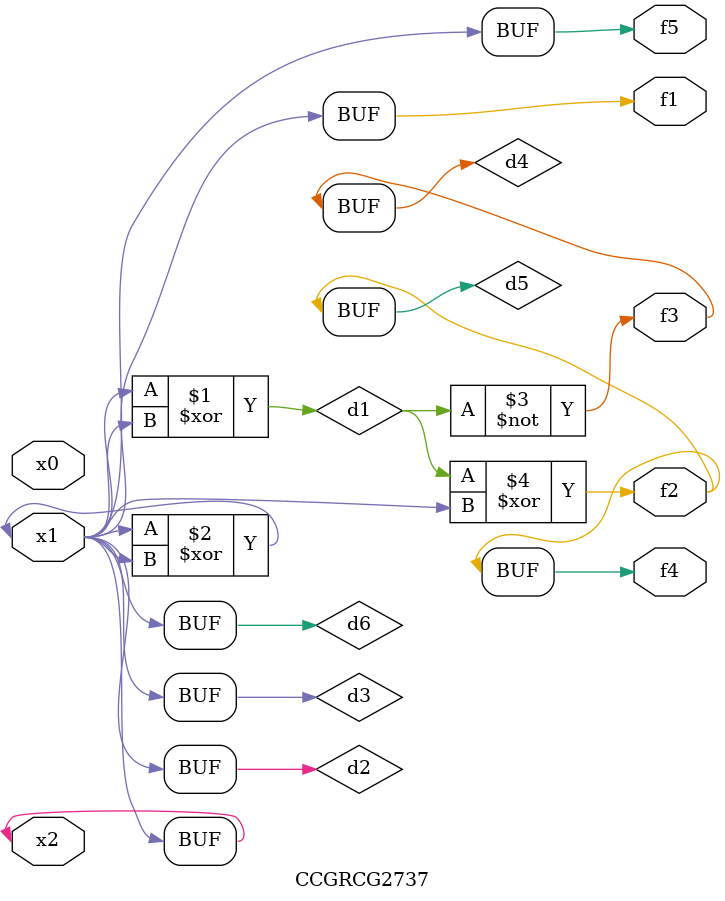
<source format=v>
module CCGRCG2737(
	input x0, x1, x2,
	output f1, f2, f3, f4, f5
);

	wire d1, d2, d3, d4, d5, d6;

	xor (d1, x1, x2);
	buf (d2, x1, x2);
	xor (d3, x1, x2);
	nor (d4, d1);
	xor (d5, d1, d2);
	buf (d6, d2, d3);
	assign f1 = d6;
	assign f2 = d5;
	assign f3 = d4;
	assign f4 = d5;
	assign f5 = d6;
endmodule

</source>
